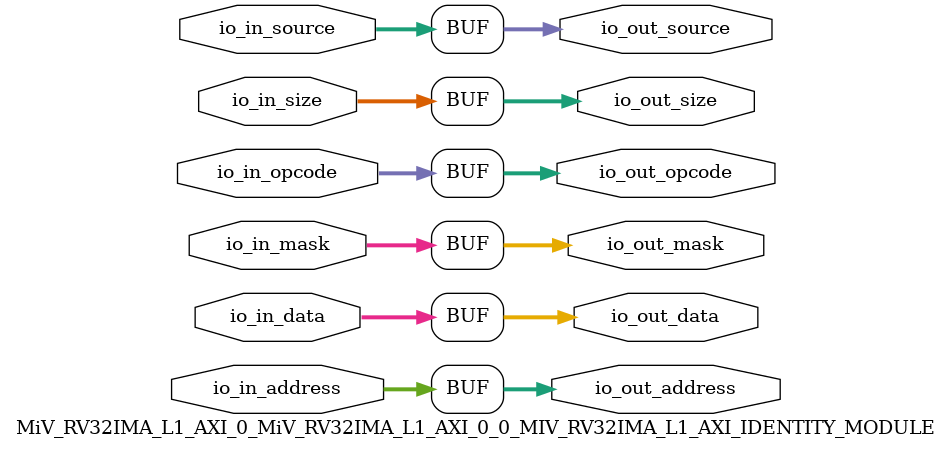
<source format=v>
`ifndef RANDOMIZE_REG_INIT 
	 `define RANDOMIZE_REG_INIT 
 `endif
`ifndef RANDOMIZE_MEM_INIT 
	 `define RANDOMIZE_MEM_INIT 
 `endif
`ifndef RANDOMIZE 
	 `define RANDOMIZE 
`endif

`timescale 1ns/10ps
module MiV_RV32IMA_L1_AXI_0_MiV_RV32IMA_L1_AXI_0_0_MIV_RV32IMA_L1_AXI_IDENTITY_MODULE( // @[:freechips.rocketchip.system.MivRV32ImaL1AhbConfig.fir@49.2]
  input  [2:0]  io_in_opcode, // @[:freechips.rocketchip.system.MivRV32ImaL1AhbConfig.fir@52.4]
  input  [3:0]  io_in_size, // @[:freechips.rocketchip.system.MivRV32ImaL1AhbConfig.fir@52.4]
  input  [2:0]  io_in_source, // @[:freechips.rocketchip.system.MivRV32ImaL1AhbConfig.fir@52.4]
  input  [31:0] io_in_address, // @[:freechips.rocketchip.system.MivRV32ImaL1AhbConfig.fir@52.4]
  input  [3:0]  io_in_mask, // @[:freechips.rocketchip.system.MivRV32ImaL1AhbConfig.fir@52.4]
  input  [31:0] io_in_data, // @[:freechips.rocketchip.system.MivRV32ImaL1AhbConfig.fir@52.4]
  output [2:0]  io_out_opcode, // @[:freechips.rocketchip.system.MivRV32ImaL1AhbConfig.fir@52.4]
  output [3:0]  io_out_size, // @[:freechips.rocketchip.system.MivRV32ImaL1AhbConfig.fir@52.4]
  output [2:0]  io_out_source, // @[:freechips.rocketchip.system.MivRV32ImaL1AhbConfig.fir@52.4]
  output [31:0] io_out_address, // @[:freechips.rocketchip.system.MivRV32ImaL1AhbConfig.fir@52.4]
  output [3:0]  io_out_mask, // @[:freechips.rocketchip.system.MivRV32ImaL1AhbConfig.fir@52.4]
  output [31:0] io_out_data // @[:freechips.rocketchip.system.MivRV32ImaL1AhbConfig.fir@52.4]
);
  assign io_out_opcode = io_in_opcode;
  assign io_out_size = io_in_size;
  assign io_out_source = io_in_source;
  assign io_out_address = io_in_address;
  assign io_out_mask = io_in_mask;
  assign io_out_data = io_in_data;
endmodule

</source>
